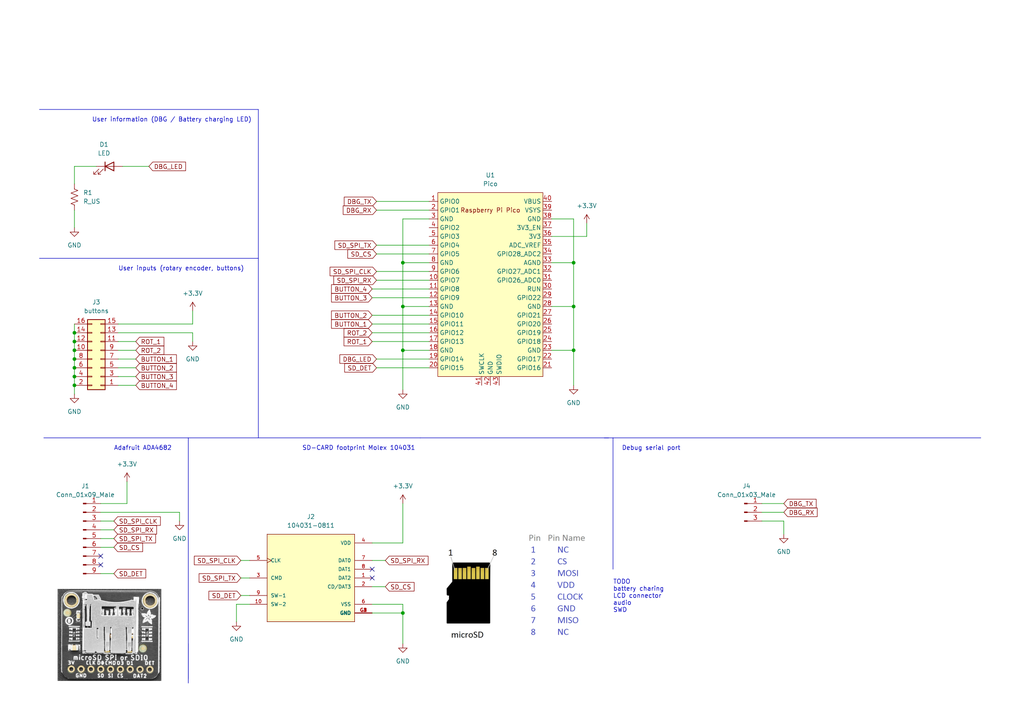
<source format=kicad_sch>
(kicad_sch (version 20230121) (generator eeschema)
  (paper "A4")
  (lib_symbols
    (symbol "104031-0811:104031-0811" (pin_names (offset 1.016))
      (property "Reference" "J" (at -12.7 13.462 0))
      (property "Value" "104031-0811" (at -12.7 -15.24 0))
      (symbol "104031-0811_0_0"
        (rectangle (start -12.7 -12.7) (end 12.7 12.7) (stroke (width 0.1524)) (fill (type background)))
        (pin bidirectional line (at 17.78 0 180) (length 5.08) (name "DAT2") (number "1"))
        (pin passive line (at -17.78 -7.62 0) (length 5.08) (name "SW-2") (number "10"))
        (pin bidirectional line (at 17.78 -2.54 180) (length 5.08) (name "CD/DAT3") (number "2"))
        (pin bidirectional line (at -17.78 0 0) (length 5.08) (name "CMD") (number "3"))
        (pin power_in line (at 17.78 10.16 180) (length 5.08) (name "VDD") (number "4"))
        (pin input clock (at -17.78 5.08 0) (length 5.08) (name "CLK") (number "5"))
        (pin power_in line (at 17.78 -7.62 180) (length 5.08) (name "VSS") (number "6"))
        (pin bidirectional line (at 17.78 5.08 180) (length 5.08) (name "DAT0") (number "7"))
        (pin bidirectional line (at 17.78 2.54 180) (length 5.08) (name "DAT1") (number "8"))
        (pin passive line (at -17.78 -5.08 0) (length 5.08) (name "SW-1") (number "9"))
        (pin power_in line (at 17.78 -10.16 180) (length 5.08) (name "GND") (number "G1"))
        (pin power_in line (at 17.78 -10.16 180) (length 5.08) (name "GND") (number "G2"))
        (pin power_in line (at 17.78 -10.16 180) (length 5.08) (name "GND") (number "G3"))
        (pin power_in line (at 17.78 -10.16 180) (length 5.08) (name "GND") (number "G4"))
      )
    )
    (symbol "Connector:Conn_01x03_Male" (pin_names (offset 1.016) hide)
      (property "Reference" "J" (at 0 5.08 0))
      (property "Value" "Conn_01x03_Male" (at 0 -5.08 0))
      (symbol "Conn_01x03_Male_1_1"
        (polyline (pts (xy 1.27 -2.54) (xy 0.8636 -2.54)) (stroke (width 0.1524)))
        (polyline (pts (xy 1.27 0) (xy 0.8636 0)) (stroke (width 0.1524)))
        (polyline (pts (xy 1.27 2.54) (xy 0.8636 2.54)) (stroke (width 0.1524)))
        (rectangle (start 0.8636 -2.413) (end 0 -2.667) (stroke (width 0.1524)) (fill (type outline)))
        (rectangle (start 0.8636 0.127) (end 0 -0.127) (stroke (width 0.1524)) (fill (type outline)))
        (rectangle (start 0.8636 2.667) (end 0 2.413) (stroke (width 0.1524)) (fill (type outline)))
        (pin passive line (at 5.08 2.54 180) (length 3.81) (name "Pin_1") (number "1"))
        (pin passive line (at 5.08 0 180) (length 3.81) (name "Pin_2") (number "2"))
        (pin passive line (at 5.08 -2.54 180) (length 3.81) (name "Pin_3") (number "3"))
      )
    )
    (symbol "Connector:Conn_01x09_Male" (pin_names (offset 1.016) hide)
      (property "Reference" "J" (at 0 12.7 0))
      (property "Value" "Conn_01x09_Male" (at 0 -12.7 0))
      (symbol "Conn_01x09_Male_1_1"
        (polyline (pts (xy 1.27 -10.16) (xy 0.8636 -10.16)) (stroke (width 0.1524)))
        (polyline (pts (xy 1.27 -7.62) (xy 0.8636 -7.62)) (stroke (width 0.1524)))
        (polyline (pts (xy 1.27 -5.08) (xy 0.8636 -5.08)) (stroke (width 0.1524)))
        (polyline (pts (xy 1.27 -2.54) (xy 0.8636 -2.54)) (stroke (width 0.1524)))
        (polyline (pts (xy 1.27 0) (xy 0.8636 0)) (stroke (width 0.1524)))
        (polyline (pts (xy 1.27 2.54) (xy 0.8636 2.54)) (stroke (width 0.1524)))
        (polyline (pts (xy 1.27 5.08) (xy 0.8636 5.08)) (stroke (width 0.1524)))
        (polyline (pts (xy 1.27 7.62) (xy 0.8636 7.62)) (stroke (width 0.1524)))
        (polyline (pts (xy 1.27 10.16) (xy 0.8636 10.16)) (stroke (width 0.1524)))
        (rectangle (start 0.8636 -10.033) (end 0 -10.287) (stroke (width 0.1524)) (fill (type outline)))
        (rectangle (start 0.8636 -7.493) (end 0 -7.747) (stroke (width 0.1524)) (fill (type outline)))
        (rectangle (start 0.8636 -4.953) (end 0 -5.207) (stroke (width 0.1524)) (fill (type outline)))
        (rectangle (start 0.8636 -2.413) (end 0 -2.667) (stroke (width 0.1524)) (fill (type outline)))
        (rectangle (start 0.8636 0.127) (end 0 -0.127) (stroke (width 0.1524)) (fill (type outline)))
        (rectangle (start 0.8636 2.667) (end 0 2.413) (stroke (width 0.1524)) (fill (type outline)))
        (rectangle (start 0.8636 5.207) (end 0 4.953) (stroke (width 0.1524)) (fill (type outline)))
        (rectangle (start 0.8636 7.747) (end 0 7.493) (stroke (width 0.1524)) (fill (type outline)))
        (rectangle (start 0.8636 10.287) (end 0 10.033) (stroke (width 0.1524)) (fill (type outline)))
        (pin passive line (at 5.08 10.16 180) (length 3.81) (name "Pin_1") (number "1"))
        (pin passive line (at 5.08 7.62 180) (length 3.81) (name "Pin_2") (number "2"))
        (pin passive line (at 5.08 5.08 180) (length 3.81) (name "Pin_3") (number "3"))
        (pin passive line (at 5.08 2.54 180) (length 3.81) (name "Pin_4") (number "4"))
        (pin passive line (at 5.08 0 180) (length 3.81) (name "Pin_5") (number "5"))
        (pin passive line (at 5.08 -2.54 180) (length 3.81) (name "Pin_6") (number "6"))
        (pin passive line (at 5.08 -5.08 180) (length 3.81) (name "Pin_7") (number "7"))
        (pin passive line (at 5.08 -7.62 180) (length 3.81) (name "Pin_8") (number "8"))
        (pin passive line (at 5.08 -10.16 180) (length 3.81) (name "Pin_9") (number "9"))
      )
    )
    (symbol "Connector_Generic:Conn_02x08_Odd_Even" (pin_names (offset 1.016) hide)
      (property "Reference" "J" (at 1.27 10.16 0))
      (property "Value" "Conn_02x08_Odd_Even" (at 1.27 -12.7 0))
      (symbol "Conn_02x08_Odd_Even_1_1"
        (rectangle (start -1.27 -10.033) (end 0 -10.287) (stroke (width 0.1524)))
        (rectangle (start -1.27 -7.493) (end 0 -7.747) (stroke (width 0.1524)))
        (rectangle (start -1.27 -4.953) (end 0 -5.207) (stroke (width 0.1524)))
        (rectangle (start -1.27 -2.413) (end 0 -2.667) (stroke (width 0.1524)))
        (rectangle (start -1.27 0.127) (end 0 -0.127) (stroke (width 0.1524)))
        (rectangle (start -1.27 2.667) (end 0 2.413) (stroke (width 0.1524)))
        (rectangle (start -1.27 5.207) (end 0 4.953) (stroke (width 0.1524)))
        (rectangle (start -1.27 7.747) (end 0 7.493) (stroke (width 0.1524)))
        (rectangle (start -1.27 8.89) (end 3.81 -11.43) (stroke (width 0.254)) (fill (type background)))
        (rectangle (start 3.81 -10.033) (end 2.54 -10.287) (stroke (width 0.1524)))
        (rectangle (start 3.81 -7.493) (end 2.54 -7.747) (stroke (width 0.1524)))
        (rectangle (start 3.81 -4.953) (end 2.54 -5.207) (stroke (width 0.1524)))
        (rectangle (start 3.81 -2.413) (end 2.54 -2.667) (stroke (width 0.1524)))
        (rectangle (start 3.81 0.127) (end 2.54 -0.127) (stroke (width 0.1524)))
        (rectangle (start 3.81 2.667) (end 2.54 2.413) (stroke (width 0.1524)))
        (rectangle (start 3.81 5.207) (end 2.54 4.953) (stroke (width 0.1524)))
        (rectangle (start 3.81 7.747) (end 2.54 7.493) (stroke (width 0.1524)))
        (pin passive line (at -5.08 7.62 0) (length 3.81) (name "Pin_1") (number "1"))
        (pin passive line (at 7.62 -2.54 180) (length 3.81) (name "Pin_10") (number "10"))
        (pin passive line (at -5.08 -5.08 0) (length 3.81) (name "Pin_11") (number "11"))
        (pin passive line (at 7.62 -5.08 180) (length 3.81) (name "Pin_12") (number "12"))
        (pin passive line (at -5.08 -7.62 0) (length 3.81) (name "Pin_13") (number "13"))
        (pin passive line (at 7.62 -7.62 180) (length 3.81) (name "Pin_14") (number "14"))
        (pin passive line (at -5.08 -10.16 0) (length 3.81) (name "Pin_15") (number "15"))
        (pin passive line (at 7.62 -10.16 180) (length 3.81) (name "Pin_16") (number "16"))
        (pin passive line (at 7.62 7.62 180) (length 3.81) (name "Pin_2") (number "2"))
        (pin passive line (at -5.08 5.08 0) (length 3.81) (name "Pin_3") (number "3"))
        (pin passive line (at 7.62 5.08 180) (length 3.81) (name "Pin_4") (number "4"))
        (pin passive line (at -5.08 2.54 0) (length 3.81) (name "Pin_5") (number "5"))
        (pin passive line (at 7.62 2.54 180) (length 3.81) (name "Pin_6") (number "6"))
        (pin passive line (at -5.08 0 0) (length 3.81) (name "Pin_7") (number "7"))
        (pin passive line (at 7.62 0 180) (length 3.81) (name "Pin_8") (number "8"))
        (pin passive line (at -5.08 -2.54 0) (length 3.81) (name "Pin_9") (number "9"))
      )
    )
    (symbol "Device:LED" (pin_numbers hide) (pin_names (offset 1.016) hide)
      (property "Reference" "D" (at 0 2.54 0))
      (property "Value" "LED" (at 0 -2.54 0))
      (symbol "LED_0_1"
        (polyline (pts (xy -1.27 -1.27) (xy -1.27 1.27)) (stroke (width 0.254)))
        (polyline (pts (xy -1.27 0) (xy 1.27 0)))
        (polyline (pts (xy 1.27 -1.27) (xy 1.27 1.27) (xy -1.27 0) (xy 1.27 -1.27)) (stroke (width 0.254)))
        (polyline (pts (xy -3.048 -0.762) (xy -4.572 -2.286) (xy -3.81 -2.286) (xy -4.572 -2.286) (xy -4.572 -1.524)))
        (polyline (pts (xy -1.778 -0.762) (xy -3.302 -2.286) (xy -2.54 -2.286) (xy -3.302 -2.286) (xy -3.302 -1.524)))
      )
      (symbol "LED_1_1"
        (pin passive line (at -3.81 0 0) (length 2.54) (name "K") (number "1"))
        (pin passive line (at 3.81 0 180) (length 2.54) (name "A") (number "2"))
      )
    )
    (symbol "Device:R_US" (pin_numbers hide) (pin_names (offset 0))
      (property "Reference" "R" (at 2.54 0 90))
      (property "Value" "R_US" (at -2.54 0 90))
      (symbol "R_US_0_1"
        (polyline (pts (xy 0 -2.286) (xy 0 -2.54)))
        (polyline (pts (xy 0 2.286) (xy 0 2.54)))
        (polyline (pts (xy 0 -0.762) (xy 1.016 -1.143) (xy 0 -1.524) (xy -1.016 -1.905) (xy 0 -2.286)))
        (polyline (pts (xy 0 0.762) (xy 1.016 0.381) (xy 0 0) (xy -1.016 -0.381) (xy 0 -0.762)))
        (polyline (pts (xy 0 2.286) (xy 1.016 1.905) (xy 0 1.524) (xy -1.016 1.143) (xy 0 0.762)))
      )
      (symbol "R_US_1_1"
        (pin passive line (at 0 3.81 270) (length 1.27) (name "~") (number "1"))
        (pin passive line (at 0 -3.81 90) (length 1.27) (name "~") (number "2"))
      )
    )
    (symbol "MCU_RaspberryPi_and_Boards:Pico"
      (property "Reference" "U" (at -13.97 27.94 0))
      (property "Value" "Pico" (at 0 19.05 0))
      (symbol "Pico_0_0"
        (text "Raspberry Pi Pico" (at 0 21.59 0) (effects (font (size 1.27 1.27))))
      )
      (symbol "Pico_0_1"
        (rectangle (start -15.24 26.67) (end 15.24 -26.67) (fill (type background)))
      )
      (symbol "Pico_1_1"
        (pin bidirectional line (at -17.78 24.13 0) (length 2.54) (name "GPIO0") (number "1"))
        (pin bidirectional line (at -17.78 1.27 0) (length 2.54) (name "GPIO7") (number "10"))
        (pin bidirectional line (at -17.78 -1.27 0) (length 2.54) (name "GPIO8") (number "11"))
        (pin bidirectional line (at -17.78 -3.81 0) (length 2.54) (name "GPIO9") (number "12"))
        (pin power_in line (at -17.78 -6.35 0) (length 2.54) (name "GND") (number "13"))
        (pin bidirectional line (at -17.78 -8.89 0) (length 2.54) (name "GPIO10") (number "14"))
        (pin bidirectional line (at -17.78 -11.43 0) (length 2.54) (name "GPIO11") (number "15"))
        (pin bidirectional line (at -17.78 -13.97 0) (length 2.54) (name "GPIO12") (number "16"))
        (pin bidirectional line (at -17.78 -16.51 0) (length 2.54) (name "GPIO13") (number "17"))
        (pin power_in line (at -17.78 -19.05 0) (length 2.54) (name "GND") (number "18"))
        (pin bidirectional line (at -17.78 -21.59 0) (length 2.54) (name "GPIO14") (number "19"))
        (pin bidirectional line (at -17.78 21.59 0) (length 2.54) (name "GPIO1") (number "2"))
        (pin bidirectional line (at -17.78 -24.13 0) (length 2.54) (name "GPIO15") (number "20"))
        (pin bidirectional line (at 17.78 -24.13 180) (length 2.54) (name "GPIO16") (number "21"))
        (pin bidirectional line (at 17.78 -21.59 180) (length 2.54) (name "GPIO17") (number "22"))
        (pin power_in line (at 17.78 -19.05 180) (length 2.54) (name "GND") (number "23"))
        (pin bidirectional line (at 17.78 -16.51 180) (length 2.54) (name "GPIO18") (number "24"))
        (pin bidirectional line (at 17.78 -13.97 180) (length 2.54) (name "GPIO19") (number "25"))
        (pin bidirectional line (at 17.78 -11.43 180) (length 2.54) (name "GPIO20") (number "26"))
        (pin bidirectional line (at 17.78 -8.89 180) (length 2.54) (name "GPIO21") (number "27"))
        (pin power_in line (at 17.78 -6.35 180) (length 2.54) (name "GND") (number "28"))
        (pin bidirectional line (at 17.78 -3.81 180) (length 2.54) (name "GPIO22") (number "29"))
        (pin power_in line (at -17.78 19.05 0) (length 2.54) (name "GND") (number "3"))
        (pin input line (at 17.78 -1.27 180) (length 2.54) (name "RUN") (number "30"))
        (pin bidirectional line (at 17.78 1.27 180) (length 2.54) (name "GPIO26_ADC0") (number "31"))
        (pin bidirectional line (at 17.78 3.81 180) (length 2.54) (name "GPIO27_ADC1") (number "32"))
        (pin power_in line (at 17.78 6.35 180) (length 2.54) (name "AGND") (number "33"))
        (pin bidirectional line (at 17.78 8.89 180) (length 2.54) (name "GPIO28_ADC2") (number "34"))
        (pin power_in line (at 17.78 11.43 180) (length 2.54) (name "ADC_VREF") (number "35"))
        (pin power_in line (at 17.78 13.97 180) (length 2.54) (name "3V3") (number "36"))
        (pin input line (at 17.78 16.51 180) (length 2.54) (name "3V3_EN") (number "37"))
        (pin bidirectional line (at 17.78 19.05 180) (length 2.54) (name "GND") (number "38"))
        (pin power_in line (at 17.78 21.59 180) (length 2.54) (name "VSYS") (number "39"))
        (pin bidirectional line (at -17.78 16.51 0) (length 2.54) (name "GPIO2") (number "4"))
        (pin power_in line (at 17.78 24.13 180) (length 2.54) (name "VBUS") (number "40"))
        (pin input line (at -2.54 -29.21 90) (length 2.54) (name "SWCLK") (number "41"))
        (pin power_in line (at 0 -29.21 90) (length 2.54) (name "GND") (number "42"))
        (pin bidirectional line (at 2.54 -29.21 90) (length 2.54) (name "SWDIO") (number "43"))
        (pin bidirectional line (at -17.78 13.97 0) (length 2.54) (name "GPIO3") (number "5"))
        (pin bidirectional line (at -17.78 11.43 0) (length 2.54) (name "GPIO4") (number "6"))
        (pin bidirectional line (at -17.78 8.89 0) (length 2.54) (name "GPIO5") (number "7"))
        (pin power_in line (at -17.78 6.35 0) (length 2.54) (name "GND") (number "8"))
        (pin bidirectional line (at -17.78 3.81 0) (length 2.54) (name "GPIO6") (number "9"))
      )
    )
    (symbol "power:+3.3V" (power) (pin_names (offset 0))
      (property "Value" "+3.3V" (at 0 3.556 0))
      (symbol "+3.3V_0_1"
        (polyline (pts (xy -0.762 1.27) (xy 0 2.54)))
        (polyline (pts (xy 0 0) (xy 0 2.54)))
        (polyline (pts (xy 0 2.54) (xy 0.762 1.27)))
      )
      (symbol "+3.3V_1_1"
        (pin power_in line (at 0 0 90) (length 0) hide (name "+3.3V") (number "1"))
      )
    )
    (symbol "power:GND" (power) (pin_names (offset 0))
      (property "Value" "GND" (at 0 -3.81 0))
      (symbol "GND_0_1"
        (polyline (pts (xy 0 0) (xy 0 -1.27) (xy 1.27 -1.27) (xy 0 -2.54) (xy -1.27 -1.27) (xy 0 -1.27)))
      )
      (symbol "GND_1_1"
        (pin power_in line (at 0 0 270) (length 0) hide (name "GND") (number "1"))
      )
    )
  )
  (junction (at 21.59 104.14))
  (junction (at 21.59 99.06))
  (junction (at 21.59 101.6))
  (junction (at 116.84 88.9))
  (junction (at 166.37 76.2))
  (junction (at 116.84 101.6))
  (junction (at 21.59 111.76))
  (junction (at 21.59 96.52))
  (junction (at 116.84 76.2))
  (junction (at 21.59 106.68))
  (junction (at 116.84 177.8))
  (junction (at 21.59 109.22))
  (junction (at 166.37 88.9))
  (junction (at 166.37 101.6))
  (no_connect (at 29.21 161.29))
  (no_connect (at 107.95 167.64))
  (no_connect (at 107.95 165.1))
  (no_connect (at 29.21 163.83))
  (wire (pts (xy 68.58 175.26) (xy 68.58 180.34)))
  (wire (pts (xy 107.95 96.52) (xy 124.46 96.52)))
  (wire (pts (xy 52.07 148.59) (xy 52.07 151.13)))
  (wire (pts (xy 107.95 170.18) (xy 111.76 170.18)))
  (wire (pts (xy 116.84 157.48) (xy 116.84 146.05)))
  (wire (pts (xy 21.59 109.22) (xy 21.59 111.76)))
  (polyline (pts (xy 11.43 74.93) (xy 74.93 74.93)))
  (wire (pts (xy 166.37 88.9) (xy 166.37 101.6)))
  (wire (pts (xy 36.83 146.05) (xy 36.83 139.7)))
  (wire (pts (xy 34.29 99.06) (xy 39.37 99.06)))
  (wire (pts (xy 21.59 106.68) (xy 21.59 109.22)))
  (wire (pts (xy 109.22 81.28) (xy 124.46 81.28)))
  (wire (pts (xy 220.98 146.05) (xy 227.33 146.05)))
  (polyline (pts (xy 74.93 127) (xy 74.93 74.93)))
  (wire (pts (xy 116.84 76.2) (xy 116.84 88.9)))
  (polyline (pts (xy 11.43 31.75) (xy 74.93 31.75)))
  (wire (pts (xy 34.29 106.68) (xy 39.37 106.68)))
  (wire (pts (xy 69.85 162.56) (xy 72.39 162.56)))
  (wire (pts (xy 34.29 93.98) (xy 55.88 93.98)))
  (wire (pts (xy 166.37 63.5) (xy 166.37 76.2)))
  (wire (pts (xy 109.22 106.68) (xy 124.46 106.68)))
  (wire (pts (xy 220.98 151.13) (xy 227.33 151.13)))
  (wire (pts (xy 69.85 172.72) (xy 72.39 172.72)))
  (wire (pts (xy 34.29 104.14) (xy 39.37 104.14)))
  (wire (pts (xy 21.59 111.76) (xy 21.59 114.3)))
  (wire (pts (xy 107.95 177.8) (xy 116.84 177.8)))
  (wire (pts (xy 21.59 48.26) (xy 21.59 53.34)))
  (wire (pts (xy 29.21 148.59) (xy 52.07 148.59)))
  (wire (pts (xy 220.98 148.59) (xy 227.33 148.59)))
  (wire (pts (xy 29.21 156.21) (xy 33.02 156.21)))
  (wire (pts (xy 29.21 146.05) (xy 36.83 146.05)))
  (wire (pts (xy 34.29 109.22) (xy 39.37 109.22)))
  (wire (pts (xy 166.37 76.2) (xy 166.37 88.9)))
  (wire (pts (xy 116.84 76.2) (xy 124.46 76.2)))
  (wire (pts (xy 21.59 99.06) (xy 21.59 101.6)))
  (polyline (pts (xy 177.8 127) (xy 175.26 127)))
  (polyline (pts (xy 12.7 127) (xy 121.92 127)))
  (wire (pts (xy 29.21 158.75) (xy 33.02 158.75)))
  (wire (pts (xy 109.22 78.74) (xy 124.46 78.74)))
  (wire (pts (xy 55.88 93.98) (xy 55.88 90.17)))
  (wire (pts (xy 69.85 167.64) (xy 72.39 167.64)))
  (polyline (pts (xy 177.8 165.1) (xy 177.8 127)))
  (wire (pts (xy 21.59 60.96) (xy 21.59 66.04)))
  (wire (pts (xy 116.84 88.9) (xy 124.46 88.9)))
  (wire (pts (xy 29.21 151.13) (xy 33.02 151.13)))
  (wire (pts (xy 107.95 93.98) (xy 124.46 93.98)))
  (wire (pts (xy 109.22 71.12) (xy 124.46 71.12)))
  (wire (pts (xy 55.88 96.52) (xy 55.88 99.06)))
  (wire (pts (xy 116.84 101.6) (xy 116.84 113.03)))
  (wire (pts (xy 116.84 177.8) (xy 116.84 186.69)))
  (wire (pts (xy 107.95 157.48) (xy 116.84 157.48)))
  (wire (pts (xy 29.21 166.37) (xy 33.02 166.37)))
  (polyline (pts (xy 121.92 127) (xy 176.53 127)))
  (wire (pts (xy 21.59 101.6) (xy 21.59 104.14)))
  (wire (pts (xy 34.29 96.52) (xy 55.88 96.52)))
  (wire (pts (xy 160.02 101.6) (xy 166.37 101.6)))
  (wire (pts (xy 107.95 99.06) (xy 124.46 99.06)))
  (wire (pts (xy 27.94 48.26) (xy 21.59 48.26)))
  (wire (pts (xy 21.59 96.52) (xy 21.59 99.06)))
  (wire (pts (xy 160.02 88.9) (xy 166.37 88.9)))
  (wire (pts (xy 109.22 104.14) (xy 124.46 104.14)))
  (wire (pts (xy 116.84 88.9) (xy 116.84 101.6)))
  (polyline (pts (xy 54.61 186.69) (xy 54.61 196.85)))
  (wire (pts (xy 109.22 73.66) (xy 124.46 73.66)))
  (wire (pts (xy 116.84 101.6) (xy 124.46 101.6)))
  (wire (pts (xy 34.29 101.6) (xy 39.37 101.6)))
  (wire (pts (xy 72.39 175.26) (xy 68.58 175.26)))
  (wire (pts (xy 124.46 63.5) (xy 116.84 63.5)))
  (wire (pts (xy 21.59 93.98) (xy 21.59 96.52)))
  (wire (pts (xy 35.56 48.26) (xy 43.18 48.26)))
  (wire (pts (xy 160.02 76.2) (xy 166.37 76.2)))
  (polyline (pts (xy 54.61 127) (xy 54.61 198.12)))
  (wire (pts (xy 107.95 91.44) (xy 124.46 91.44)))
  (wire (pts (xy 107.95 83.82) (xy 124.46 83.82)))
  (wire (pts (xy 29.21 153.67) (xy 33.02 153.67)))
  (wire (pts (xy 107.95 86.36) (xy 124.46 86.36)))
  (wire (pts (xy 166.37 101.6) (xy 166.37 111.76)))
  (wire (pts (xy 116.84 175.26) (xy 116.84 177.8)))
  (wire (pts (xy 109.22 58.42) (xy 124.46 58.42)))
  (wire (pts (xy 116.84 63.5) (xy 116.84 76.2)))
  (wire (pts (xy 107.95 175.26) (xy 116.84 175.26)))
  (wire (pts (xy 170.18 68.58) (xy 170.18 64.77)))
  (wire (pts (xy 109.22 60.96) (xy 124.46 60.96)))
  (wire (pts (xy 227.33 151.13) (xy 227.33 154.94)))
  (wire (pts (xy 34.29 111.76) (xy 39.37 111.76)))
  (polyline (pts (xy 177.8 127) (xy 284.48 127)))
  (polyline (pts (xy 74.93 74.93) (xy 74.93 31.75)))
  (wire (pts (xy 107.95 162.56) (xy 111.76 162.56)))
  (wire (pts (xy 160.02 63.5) (xy 166.37 63.5)))
  (wire (pts (xy 21.59 104.14) (xy 21.59 106.68)))
  (wire (pts (xy 160.02 68.58) (xy 170.18 68.58)))
  (image (at 31.75 184.15) (scale 0.50724))
  (image (at 149.86 168.91) (scale 0.682611))
  (text "SD-CARD footprint Molex 104031" (at 87.63 130.81 0) (effects (font (size 1.27 1.27)) (justify left bottom)))
  (text "TODO\nbattery charing\nLCD connector\naudio\nSWD" (at 177.8 177.8 0) (effects (font (size 1.27 1.27)) (justify left bottom)))
  (text "Adafruit ADA4682" (at 33.02 130.81 0) (effects (font (size 1.27 1.27)) (justify left bottom)))
  (text "User inputs (rotary encoder, buttons)" (at 34.29 78.74 0) (effects (font (size 1.27 1.27)) (justify left bottom)))
  (text "User information (DBG / Battery charging LED)" (at 26.67 35.56 0) (effects (font (size 1.27 1.27)) (justify left bottom)))
  (text "Debug serial port" (at 180.34 130.81 0) (effects (font (size 1.27 1.27)) (justify left bottom)))
  (global_label "SD_SPI_RX" (shape input) (at 111.76 162.56 0) (property "Intersheetrefs" "${INTERSHEET_REFS}" (effects hide)) (property "Références Inter-Feuilles" "${INTERSHEET_REFS}" (effects hide)))
  (global_label "DBG_RX" (shape input) (at 109.22 60.96 180) (property "Intersheetrefs" "${INTERSHEET_REFS}" (effects hide)) (property "Références Inter-Feuilles" "${INTERSHEET_REFS}" (effects hide)))
  (global_label "BUTTON_4" (shape input) (at 39.37 111.76 0) (property "Intersheetrefs" "${INTERSHEET_REFS}" (effects hide)) (property "Références Inter-Feuilles" "${INTERSHEET_REFS}" (effects hide)))
  (global_label "SD_SPI_TX" (shape input) (at 33.02 156.21 0) (property "Intersheetrefs" "${INTERSHEET_REFS}" (effects hide)) (property "Références Inter-Feuilles" "${INTERSHEET_REFS}" (effects hide)))
  (global_label "DBG_RX" (shape input) (at 227.33 148.59 0) (property "Intersheetrefs" "${INTERSHEET_REFS}" (effects hide)) (property "Références Inter-Feuilles" "${INTERSHEET_REFS}" (effects hide)))
  (global_label "ROT_2" (shape input) (at 39.37 101.6 0) (property "Intersheetrefs" "${INTERSHEET_REFS}" (effects hide)) (property "Références Inter-Feuilles" "${INTERSHEET_REFS}" (effects hide)))
  (global_label "SD_SPI_CLK" (shape input) (at 109.22 78.74 180) (property "Intersheetrefs" "${INTERSHEET_REFS}" (effects hide)) (property "Références Inter-Feuilles" "${INTERSHEET_REFS}" (effects hide)))
  (global_label "SD_SPI_CLK" (shape input) (at 33.02 151.13 0) (property "Intersheetrefs" "${INTERSHEET_REFS}" (effects hide)) (property "Références Inter-Feuilles" "${INTERSHEET_REFS}" (effects hide)))
  (global_label "ROT_1" (shape input) (at 107.95 99.06 180) (property "Intersheetrefs" "${INTERSHEET_REFS}" (effects hide)) (property "Références Inter-Feuilles" "${INTERSHEET_REFS}" (effects hide)))
  (global_label "BUTTON_1" (shape input) (at 39.37 104.14 0) (property "Intersheetrefs" "${INTERSHEET_REFS}" (effects hide)) (property "Références Inter-Feuilles" "${INTERSHEET_REFS}" (effects hide)))
  (global_label "BUTTON_1" (shape input) (at 107.95 93.98 180) (property "Intersheetrefs" "${INTERSHEET_REFS}" (effects hide)) (property "Références Inter-Feuilles" "${INTERSHEET_REFS}" (effects hide)))
  (global_label "SD_SPI_TX" (shape input) (at 109.22 71.12 180) (property "Intersheetrefs" "${INTERSHEET_REFS}" (effects hide)) (property "Références Inter-Feuilles" "${INTERSHEET_REFS}" (effects hide)))
  (global_label "SD_DET" (shape input) (at 69.85 172.72 180) (property "Intersheetrefs" "${INTERSHEET_REFS}" (effects hide)) (property "Références Inter-Feuilles" "${INTERSHEET_REFS}" (effects hide)))
  (global_label "DBG_LED" (shape input) (at 109.22 104.14 180) (property "Intersheetrefs" "${INTERSHEET_REFS}" (effects hide)) (property "Références Inter-Feuilles" "${INTERSHEET_REFS}" (effects hide)))
  (global_label "BUTTON_2" (shape input) (at 39.37 106.68 0) (property "Intersheetrefs" "${INTERSHEET_REFS}" (effects hide)) (property "Références Inter-Feuilles" "${INTERSHEET_REFS}" (effects hide)))
  (global_label "ROT_1" (shape input) (at 39.37 99.06 0) (property "Intersheetrefs" "${INTERSHEET_REFS}" (effects hide)) (property "Références Inter-Feuilles" "${INTERSHEET_REFS}" (effects hide)))
  (global_label "BUTTON_2" (shape input) (at 107.95 91.44 180) (property "Intersheetrefs" "${INTERSHEET_REFS}" (effects hide)) (property "Références Inter-Feuilles" "${INTERSHEET_REFS}" (effects hide)))
  (global_label "SD_CS" (shape input) (at 111.76 170.18 0) (property "Intersheetrefs" "${INTERSHEET_REFS}" (effects hide)) (property "Références Inter-Feuilles" "${INTERSHEET_REFS}" (effects hide)))
  (global_label "DBG_TX" (shape input) (at 227.33 146.05 0) (property "Intersheetrefs" "${INTERSHEET_REFS}" (effects hide)) (property "Références Inter-Feuilles" "${INTERSHEET_REFS}" (effects hide)))
  (global_label "SD_CS" (shape input) (at 33.02 158.75 0) (property "Intersheetrefs" "${INTERSHEET_REFS}" (effects hide)) (property "Références Inter-Feuilles" "${INTERSHEET_REFS}" (effects hide)))
  (global_label "SD_DET" (shape input) (at 109.22 106.68 180) (property "Intersheetrefs" "${INTERSHEET_REFS}" (effects hide)) (property "Références Inter-Feuilles" "${INTERSHEET_REFS}" (effects hide)))
  (global_label "SD_SPI_RX" (shape input) (at 33.02 153.67 0) (property "Intersheetrefs" "${INTERSHEET_REFS}" (effects hide)) (property "Références Inter-Feuilles" "${INTERSHEET_REFS}" (effects hide)))
  (global_label "BUTTON_4" (shape input) (at 107.95 83.82 180) (property "Intersheetrefs" "${INTERSHEET_REFS}" (effects hide)) (property "Références Inter-Feuilles" "${INTERSHEET_REFS}" (effects hide)))
  (global_label "SD_SPI_RX" (shape input) (at 109.22 81.28 180) (property "Intersheetrefs" "${INTERSHEET_REFS}" (effects hide)) (property "Références Inter-Feuilles" "${INTERSHEET_REFS}" (effects hide)))
  (global_label "SD_DET" (shape input) (at 33.02 166.37 0) (property "Intersheetrefs" "${INTERSHEET_REFS}" (effects hide)) (property "Références Inter-Feuilles" "${INTERSHEET_REFS}" (effects hide)))
  (global_label "SD_SPI_CLK" (shape input) (at 69.85 162.56 180) (property "Intersheetrefs" "${INTERSHEET_REFS}" (effects hide)) (property "Références Inter-Feuilles" "${INTERSHEET_REFS}" (effects hide)))
  (global_label "ROT_2" (shape input) (at 107.95 96.52 180) (property "Intersheetrefs" "${INTERSHEET_REFS}" (effects hide)) (property "Références Inter-Feuilles" "${INTERSHEET_REFS}" (effects hide)))
  (global_label "DBG_LED" (shape input) (at 43.18 48.26 0) (property "Intersheetrefs" "${INTERSHEET_REFS}" (effects hide)) (property "Références Inter-Feuilles" "${INTERSHEET_REFS}" (effects hide)))
  (global_label "DBG_TX" (shape input) (at 109.22 58.42 180) (property "Intersheetrefs" "${INTERSHEET_REFS}" (effects hide)) (property "Références Inter-Feuilles" "${INTERSHEET_REFS}" (effects hide)))
  (global_label "SD_CS" (shape input) (at 109.22 73.66 180) (property "Intersheetrefs" "${INTERSHEET_REFS}" (effects hide)) (property "Références Inter-Feuilles" "${INTERSHEET_REFS}" (effects hide)))
  (global_label "BUTTON_3" (shape input) (at 39.37 109.22 0) (property "Intersheetrefs" "${INTERSHEET_REFS}" (effects hide)) (property "Références Inter-Feuilles" "${INTERSHEET_REFS}" (effects hide)))
  (global_label "BUTTON_3" (shape input) (at 107.95 86.36 180) (property "Intersheetrefs" "${INTERSHEET_REFS}" (effects hide)) (property "Références Inter-Feuilles" "${INTERSHEET_REFS}" (effects hide)))
  (global_label "SD_SPI_TX" (shape input) (at 69.85 167.64 180) (property "Intersheetrefs" "${INTERSHEET_REFS}" (effects hide)) (property "Références Inter-Feuilles" "${INTERSHEET_REFS}" (effects hide)))
  (symbol (lib_id "Connector_Generic:Conn_02x08_Odd_Even") (at 29.21 104.14 180) (unit 1)
    (property "Reference" "J3" (at 27.94 87.63 0))
    (property "Value" "buttons" (at 27.94 90.17 0))
    (property "Footprint" "Connector_PinSocket_2.54mm:PinSocket_2x08_P2.54mm_Vertical" (effects hide))
  )
  (symbol (lib_id "Device:LED") (at 31.75 48.26 0) (unit 1)
    (property "Reference" "D1" (at 30.1625 41.91 0))
    (property "Value" "LED" (at 30.1625 44.45 0))
    (property "Footprint" "LED_THT:LED_D3.0mm" (effects hide))
  )
  (symbol (lib_id "power:+3.3V") (at 170.18 64.77 0) (unit 1)
    (property "Reference" "#PWR07" (effects hide))
    (property "Value" "+3.3V" (at 170.18 59.69 0))
  )
  (symbol (lib_id "power:+3.3V") (at 55.88 90.17 0) (unit 1)
    (property "Reference" "#PWR0104" (effects hide))
    (property "Value" "+3.3V" (at 55.88 85.09 0))
  )
  (symbol (lib_id "Device:R_US") (at 21.59 57.15 0) (unit 1)
    (property "Reference" "R1" (at 24.13 55.8799 0) (effects (justify left)))
    (property "Value" "R_US" (at 24.13 58.4199 0) (effects (justify left)))
    (property "Footprint" "Resistor_THT:R_Axial_DIN0207_L6.3mm_D2.5mm_P10.16mm_Horizontal" (effects hide))
  )
  (symbol (lib_id "power:GND") (at 227.33 154.94 0) (unit 1)
    (property "Reference" "#PWR0103" (effects hide))
    (property "Value" "GND" (at 227.33 160.02 0))
  )
  (symbol (lib_id "power:GND") (at 52.07 151.13 0) (unit 1)
    (property "Reference" "#PWR02" (effects hide))
    (property "Value" "GND" (at 52.07 156.21 0))
  )
  (symbol (lib_id "power:GND") (at 166.37 111.76 0) (unit 1)
    (property "Reference" "#PWR0102" (effects hide))
    (property "Value" "GND" (at 166.37 116.84 0))
  )
  (symbol (lib_id "MCU_RaspberryPi_and_Boards:Pico") (at 142.24 82.55 0) (unit 1)
    (property "Reference" "U1" (at 142.24 50.8 0))
    (property "Value" "Pico" (at 142.24 53.34 0))
    (property "Footprint" "MCU_RaspberryPi_and_Boards:RPi_Pico_SMD_TH" (effects hide))
  )
  (symbol (lib_id "power:GND") (at 21.59 66.04 0) (unit 1)
    (property "Reference" "#PWR0106" (effects hide))
    (property "Value" "GND" (at 21.59 71.12 0))
  )
  (symbol (lib_id "power:GND") (at 68.58 180.34 0) (unit 1)
    (property "Reference" "#PWR03" (effects hide))
    (property "Value" "GND" (at 68.58 185.42 0))
  )
  (symbol (lib_id "Connector:Conn_01x09_Male") (at 24.13 156.21 0) (unit 1)
    (property "Reference" "J1" (at 24.765 140.97 0))
    (property "Value" "Conn_01x09_Male" (at 24.765 143.51 0))
    (property "Footprint" "Connector_PinHeader_2.54mm:PinHeader_1x09_P2.54mm_Vertical" (effects hide))
  )
  (symbol (lib_id "power:GND") (at 21.59 114.3 0) (unit 1)
    (property "Reference" "#PWR04" (effects hide))
    (property "Value" "GND" (at 21.59 119.38 0))
  )
  (symbol (lib_id "104031-0811:104031-0811") (at 90.17 167.64 0) (unit 1)
    (property "Reference" "J2" (at 90.17 149.86 0))
    (property "Value" "104031-0811" (at 90.17 152.4 0))
    (property "Footprint" "Connector_Card:microSD_HC_Molex_104031-0811" (effects hide))
    (property "PARTREV" "B2" (effects hide))
    (property "STANDARD" "Manufacturer Recommendations" (effects hide))
    (property "MAXIMUM_PACKAGE_HEIGHT" "1.57mm" (effects hide))
    (property "MANUFACTURER" "Molex" (effects hide))
  )
  (symbol (lib_id "power:GND") (at 116.84 113.03 0) (unit 1)
    (property "Reference" "#PWR0101" (effects hide))
    (property "Value" "GND" (at 116.84 118.11 0))
  )
  (symbol (lib_id "power:+3.3V") (at 116.84 146.05 0) (unit 1)
    (property "Reference" "#PWR05" (effects hide))
    (property "Value" "+3.3V" (at 116.84 140.97 0))
  )
  (symbol (lib_id "Connector:Conn_01x03_Male") (at 215.9 148.59 0) (unit 1)
    (property "Reference" "J4" (at 216.535 140.97 0))
    (property "Value" "Conn_01x03_Male" (at 216.535 143.51 0))
    (property "Footprint" "Connector_PinHeader_2.54mm:PinHeader_1x03_P2.54mm_Vertical" (effects hide))
  )
  (symbol (lib_id "power:GND") (at 116.84 186.69 0) (unit 1)
    (property "Reference" "#PWR06" (effects hide))
    (property "Value" "GND" (at 116.84 191.77 0))
  )
  (symbol (lib_id "power:GND") (at 55.88 99.06 0) (unit 1)
    (property "Reference" "#PWR0105" (effects hide))
    (property "Value" "GND" (at 55.88 104.14 0))
  )
  (symbol (lib_id "power:+3.3V") (at 36.83 139.7 0) (unit 1)
    (property "Reference" "#PWR01" (effects hide))
    (property "Value" "+3.3V" (at 36.83 134.62 0))
  )
)
</source>
